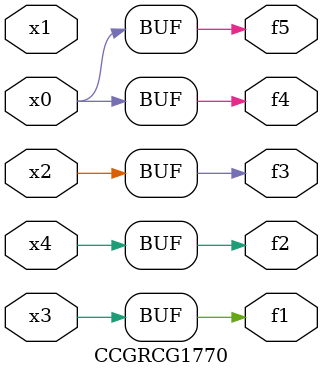
<source format=v>
module CCGRCG1770(
	input x0, x1, x2, x3, x4,
	output f1, f2, f3, f4, f5
);
	assign f1 = x3;
	assign f2 = x4;
	assign f3 = x2;
	assign f4 = x0;
	assign f5 = x0;
endmodule

</source>
